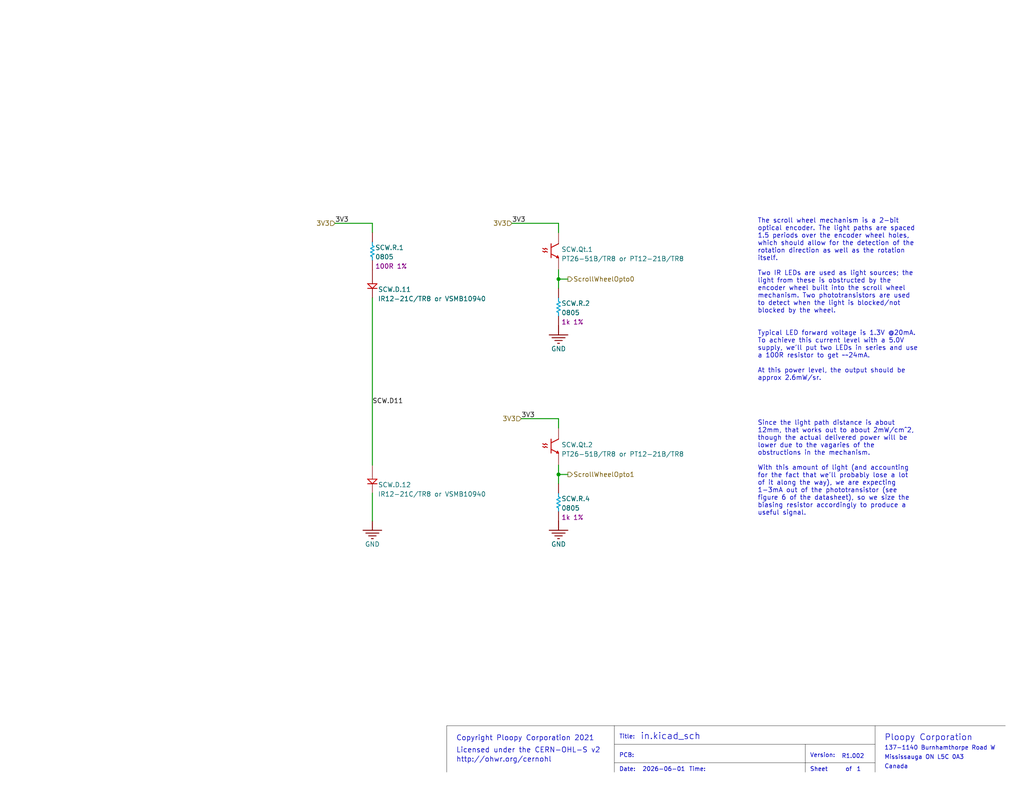
<source format=kicad_sch>
(kicad_sch (version 20231120) (generator "eeschema") (generator_version "8.0")
  (paper "USLetter")
  (title_block (rev "R1.002") (company "Ploopy Corporation"))
  (lib_symbols
    (symbol "Mini-altium-import:GND_POWER_GROUND" (power)
      (property "Reference" "#PWR" (at 0 0 0))
      (property "Value" "GND" (at 0 6.35 0))
      (symbol "GND_POWER_GROUND_0_0"
        (polyline (pts (xy -2.54 -2.54) (xy 2.54 -2.54)) (stroke (width 0.254)))
        (polyline (pts (xy -1.778 -3.302) (xy 1.778 -3.302)) (stroke (width 0.254)))
        (polyline (pts (xy -1.016 -4.064) (xy 1.016 -4.064)) (stroke (width 0.254)))
        (polyline (pts (xy -0.254 -4.826) (xy 0.254 -4.826)) (stroke (width 0.254)))
        (polyline (pts (xy 0 0) (xy 0 -2.54)) (stroke (width 0.254)))
        (pin power_in line (at 0 0 0) (length 0) hide (name "GND") (number ""))
      )
    )
    (symbol "Mini-altium-import:SCW_1_IR12-21C/TR8"
      (symbol "SCW_1_IR12-21C/TR8_1_0"
        (polyline (pts (xy -1.27 0) (xy 1.27 0)) (stroke (width 0.254) (color 191 0 0 1)))
        (polyline (pts (xy -1.27 1.27) (xy 1.27 1.27) (xy 0 0) (xy -1.27 1.27)) (stroke (width 0.254) (color 191 0 0 1)) (fill (type color) (color 255 255 255 1)))
        (pin passive line (at 0 5.08 270) (length 3.81) (name "A") (number "A"))
        (pin passive line (at 0 -2.54 90) (length 2.54) (name "C") (number "C"))
      )
    )
    (symbol "Mini-altium-import:SCW_1_PT26-51B/TR8"
      (symbol "SCW_1_PT26-51B/TR8_1_0"
        (polyline (pts (xy -4.318 2.54) (xy -3.81 2.286)) (stroke (width 0.254) (color 191 0 0 1)))
        (polyline (pts (xy -4.318 3.302) (xy -3.81 3.048)) (stroke (width 0.254) (color 191 0 0 1)))
        (polyline (pts (xy -3.81 2.286) (xy -3.556 2.54)) (stroke (width 0.254) (color 191 0 0 1)))
        (polyline (pts (xy -3.81 3.048) (xy -3.556 3.302)) (stroke (width 0.254) (color 191 0 0 1)))
        (polyline (pts (xy -3.556 2.54) (xy -3.048 2.286)) (stroke (width 0.254) (color 191 0 0 1)))
        (polyline (pts (xy -3.556 3.302) (xy -3.048 3.048)) (stroke (width 0.254) (color 191 0 0 1)))
        (polyline (pts (xy -2.032 0.762) (xy -2.032 4.572)) (stroke (width 0.254) (color 191 0 0 1)))
        (polyline (pts (xy -0.254 1.27) (xy -0.508 0.762)) (stroke (width 0.254) (color 191 0 0 1)))
        (polyline (pts (xy -0.254 1.27) (xy 0 0.762)) (stroke (width 0.254) (color 191 0 0 1)))
        (polyline (pts (xy 0 0.762) (xy -2.032 1.778)) (stroke (width 0.254) (color 191 0 0 1)))
        (polyline (pts (xy 0 0.762) (xy -0.508 0.762)) (stroke (width 0.254) (color 191 0 0 1)))
        (polyline (pts (xy 0 4.572) (xy -2.032 3.556)) (stroke (width 0.254) (color 191 0 0 1)))
        (pin passive line (at 0 7.62 270) (length 3.048) (name "C") (number "C"))
        (pin open_emitter line (at 0 -2.54 90) (length 3.175) (name "E") (number "E"))
      )
    )
    (symbol "Mini-altium-import:SCW_1_Res 100R 1% 0805"
      (symbol "SCW_1_Res 100R 1% 0805_1_0"
        (polyline (pts (xy 2.54 0) (xy 2.54 1.016)) (stroke (width 0.254) (color 0 156 202 1)))
        (polyline (pts (xy 2.54 4.064) (xy 2.54 5.08)) (stroke (width 0.254) (color 0 156 202 1)))
        (polyline (pts (xy 2.54 1.016) (xy 2.032 1.27) (xy 3.048 1.778) (xy 2.032 2.286) (xy 3.048 2.794) (xy 2.032 3.302) (xy 3.048 3.81) (xy 2.54 4.064)) (stroke (width 0.254) (color 0 156 202 1)))
        (pin passive line (at 2.54 -2.54 90) (length 2.54) (name "1") (number "1"))
        (pin passive line (at 2.54 7.62 270) (length 2.54) (name "2") (number "2"))
      )
    )
    (symbol "Mini-altium-import:SCW_1_Res 1k 1% 0805"
      (symbol "SCW_1_Res 1k 1% 0805_1_0"
        (polyline (pts (xy 2.54 0) (xy 2.54 1.016)) (stroke (width 0.254) (color 0 156 202 1)))
        (polyline (pts (xy 2.54 4.064) (xy 2.54 5.08)) (stroke (width 0.254) (color 0 156 202 1)))
        (polyline (pts (xy 2.54 1.016) (xy 2.032 1.27) (xy 3.048 1.778) (xy 2.032 2.286) (xy 3.048 2.794) (xy 2.032 3.302) (xy 3.048 3.81) (xy 2.54 4.064)) (stroke (width 0.254) (color 0 156 202 1)))
        (pin passive line (at 2.54 -2.54 90) (length 2.54) (name "1") (number "1"))
        (pin passive line (at 2.54 7.62 270) (length 2.54) (name "2") (number "2"))
      )
    )
  )
  (junction (at 152.4 76.2))
  (junction (at 152.4 129.54))
  (wire (pts (xy 152.4 127) (xy 152.4 129.54)) (stroke (width 0.254)))
  (polyline (pts (xy 274.32 198.12) (xy 167.64 198.12)) (stroke (width 0.0254) (type solid) (color 0 0 0 1)))
  (wire (pts (xy 152.4 132.08) (xy 152.4 129.54)) (stroke (width 0.254)))
  (wire (pts (xy 91.44 60.96) (xy 101.6 60.96)) (stroke (width 0.254)))
  (wire (pts (xy 139.7 60.96) (xy 152.4 60.96)) (stroke (width 0.254)))
  (wire (pts (xy 152.4 76.2) (xy 154.94 76.2)) (stroke (width 0.254)))
  (polyline (pts (xy 167.64 198.12) (xy 167.64 210.82)) (stroke (width 0.0254) (type solid) (color 0 0 0 1)))
  (wire (pts (xy 152.4 73.66) (xy 152.4 76.2)) (stroke (width 0.254)))
  (wire (pts (xy 142.24 114.3) (xy 152.4 114.3)) (stroke (width 0.254)))
  (polyline (pts (xy 167.64 203.2) (xy 238.76 203.2)) (stroke (width 0.0254) (type solid) (color 0 0 0 1)))
  (wire (pts (xy 152.4 60.96) (xy 152.4 63.5)) (stroke (width 0.254)))
  (polyline (pts (xy 219.71 203.2) (xy 219.71 210.82)) (stroke (width 0.0254) (type solid) (color 0 0 0 1)))
  (polyline (pts (xy 167.64 208.28) (xy 238.76 208.28)) (stroke (width 0.0254) (type solid) (color 0 0 0 1)))
  (polyline (pts (xy 167.64 198.12) (xy 121.92 198.12)) (stroke (width 0.0254) (type solid) (color 0 0 0 1)))
  (wire (pts (xy 152.4 129.54) (xy 154.94 129.54)) (stroke (width 0.254)))
  (wire (pts (xy 152.4 114.3) (xy 152.4 116.84)) (stroke (width 0.254)))
  (wire (pts (xy 101.6 142.24) (xy 101.6 134.62)) (stroke (width 0.254)))
  (wire (pts (xy 101.6 127) (xy 101.6 81.28)) (stroke (width 0.254)))
  (polyline (pts (xy 121.92 198.12) (xy 121.92 210.82)) (stroke (width 0.0254) (type solid) (color 0 0 0 1)))
  (polyline (pts (xy 238.76 198.12) (xy 238.76 210.82)) (stroke (width 0.0254) (type solid) (color 0 0 0 1)))
  (wire (pts (xy 101.6 60.96) (xy 101.6 63.5)) (stroke (width 0.254)))
  (wire (pts (xy 152.4 78.74) (xy 152.4 76.2)) (stroke (width 0.254)))
  (text_box "The scroll wheel mechanism is a 2-bit optical encoder. The light paths are spaced 1.5 periods over the encoder wheel holes, which should allow for the detection of the rotation direction as well as the rotation itself.\n\nTwo IR LEDs are used as light sources; the light from these is obstructed by the encoder wheel built into the scroll wheel mechanism. Two phototransistors are used to detect when the light is blocked/not blocked by the wheel.\n\n\nTypical LED forward voltage is 1.3V @20mA. To achieve this current level with a 5.0V supply, we'll put two LEDs in series and use a 100R resistor to get ~~24mA.\n\nAt this power level, the output should be approx 2.6mW/sr.\n\n\n\n\n\nSince the light path distance is about 12mm, that works out to about 2mW/cm^2, though the actual delivered power will be lower due to the vagaries of the obstructions in the mechanism.\n\nWith this amount of light (and accounting for the fact that we'll probably lose a lot of it along the way), we are expecting 1-3mA out of the phototransistor (see figure 6 of the datasheet), so we size the biasing resistor accordingly to produce a useful signal.\n\n\n\n" (at 251.46 58.42 0) (size -45.72 96.52) (stroke (width -0.0001) (color 0 0 0 1)) (fill (type color) (color 255 255 255 1)) (effects (font (size 1.27 1.27)) (justify left top)))
  (text "Date:" (at 168.91 210.82 0) (effects (font (size 1.143 1.143)) (justify left bottom)))
  (text "${FILENAME}" (at 174.752 202.184 0) (effects (font (size 1.778 1.778)) (justify left bottom)))
  (text "Mississauga ON L5C 0A3" (at 241.3 207.518 0) (effects (font (size 1.143 1.143)) (justify left bottom)))
  (text "Version:" (at 220.98 207.01 0) (effects (font (size 1.143 1.143)) (justify left bottom)))
  (text "Copyright Ploopy Corporation 2021" (at 124.46 202.438 0) (effects (font (size 1.397 1.397)) (justify left bottom)))
  (text "Sheet" (at 220.98 210.82 0) (effects (font (size 1.143 1.143)) (justify left bottom)))
  (text "PCB:" (at 168.91 207.01 0) (effects (font (size 1.143 1.143)) (justify left bottom)))
  (text "Time:" (at 187.96 210.82 0) (effects (font (size 1.143 1.143)) (justify left bottom)))
  (text "${REVISION}" (at 229.616 207.264 0) (effects (font (size 1.143 1.143)) (justify left bottom)))
  (text "Licensed under the CERN-OHL-S v2" (at 124.46 205.74 0) (effects (font (size 1.397 1.397)) (justify left bottom)))
  (text "${#}" (at 226.822 210.82 0) (effects (font (size 1.143 1.143)) (justify left bottom)))
  (text "Canada" (at 241.3 210.058 0) (effects (font (size 1.143 1.143)) (justify left bottom)))
  (text "${##}" (at 233.68 210.82 0) (effects (font (size 1.143 1.143)) (justify left bottom)))
  (text "of" (at 230.632 210.82 0) (effects (font (size 1.143 1.143)) (justify left bottom)))
  (text "${CURRENT_DATE}" (at 175.26 210.82 0) (effects (font (size 1.143 1.143)) (justify left bottom)))
  (text "http://ohwr.org/cernohl" (at 124.46 208.28 0) (effects (font (size 1.397 1.397)) (justify left bottom)))
  (text "Title:" (at 168.91 201.93 0) (effects (font (size 1.143 1.143)) (justify left bottom)))
  (text "Ploopy Corporation" (at 241.3 202.438 0) (effects (font (size 1.651 1.651)) (justify left bottom)))
  (text "${PROJECTNAME}" (at 174.752 207.264 0) (effects (font (size 1.651 1.651)) (justify left bottom)))
  (text "137-1140 Burnhamthorpe Road W" (at 241.3 204.978 0) (effects (font (size 1.143 1.143)) (justify left bottom)))
  (label "3V3" (at 91.44 60.96 0))
  (label "SCW.D11" (at 101.6 110.49 0))
  (label "3V3" (at 139.7 60.96 0))
  (label "3V3" (at 142.24 114.3 0))
  (hierarchical_label "ScrollWheelOpto0" (shape output) (at 154.94 76.2 0))
  (hierarchical_label "3V3" (shape input) (at 142.24 114.3 180))
  (hierarchical_label "ScrollWheelOpto1" (shape output) (at 154.94 129.54 0))
  (hierarchical_label "3V3" (shape input) (at 139.7 60.96 180))
  (hierarchical_label "3V3" (shape input) (at 91.44 60.96 180))
  (symbol (lib_id "Mini-altium-import:SCW_1_Res 1k 1% 0805") (at 149.86 139.7 0) (unit 1)
    (property "Reference" "SCW.R.4" (at 153.162 136.906 0) (effects (justify left bottom)))
    (property "Value" "0805" (at 153.162 139.446 0) (effects (justify left bottom)))
    (property "Footprint" "Chip_Passives.PcbLib:0805" (effects (hide yes)))
    (property "SUPPLIER 1" "Digi-Key" (effects (hide yes)))
    (property "SUPPLIER PART NUMBER 1" "RMCF0805FT1K00TR-ND" (effects (hide yes)))
    (property "ALTIUM_VALUE" "1k 1%" (at 153.162 141.986 0) (effects (justify left bottom)))
  )
  (symbol (lib_id "Mini-altium-import:SCW_1_PT26-51B/TR8") (at 152.4 124.46 0) (unit 1)
    (property "Reference" "SCW.Qt.2" (at 153.162 122.174 0) (effects (justify left bottom)))
    (property "Value" "PT26-51B/TR8 or PT12-21B/TR8" (at 153.162 124.714 0) (effects (justify left bottom)))
    (property "Footprint" "OptoElectronics:PT26-51B_TR8" (effects (hide yes)))
    (property "SUPPLIER 1" "Digi-Key" (effects (hide yes)))
    (property "SUPPLIER PART NUMBER 1" "1080-1387-1-ND" (effects (hide yes)))
    (property "SUPPLIER 2" "Digi-Key" (effects (hide yes)))
    (property "SUPPLIER PART NUMBER 2" "1080-1377-1-ND" (effects (hide yes)))
  )
  (symbol (lib_id "Mini-altium-import:GND_POWER_GROUND") (at 152.4 142.24 0) (unit 1)
    (property "Reference" "#PWR0128" (effects (hide yes)))
    (property "Value" "GND" (at 152.4 148.59 0))
  )
  (symbol (lib_id "Mini-altium-import:GND_POWER_GROUND") (at 152.4 88.9 0) (unit 1)
    (property "Reference" "#PWR0127" (effects (hide yes)))
    (property "Value" "GND" (at 152.4 95.25 0))
  )
  (symbol (lib_id "Mini-altium-import:SCW_1_IR12-21C/TR8") (at 101.6 78.74 0) (unit 1)
    (property "Reference" "SCW.D.11" (at 103.124 79.756 0) (effects (justify left bottom)))
    (property "Value" "IR12-21C/TR8 or VSMB10940" (at 103.124 82.296 0) (effects (justify left bottom)))
    (property "Footprint" "LEDs:XZTHI56W-1" (effects (hide yes)))
    (property "SUPPLIER 1" "Digi-Key" (effects (hide yes)))
    (property "SUPPLIER 2" "Mouser" (effects (hide yes)))
    (property "SUPPLIER 3" "Digi-Key" (effects (hide yes)))
    (property "SUPPLIER 4" "Mouser" (effects (hide yes)))
    (property "SUPPLIER 5" "Arrow" (effects (hide yes)))
    (property "SUPPLIER PART NUMBER 1" "1080-1351-1-ND" (effects (hide yes)))
    (property "SUPPLIER PART NUMBER 2" "638-IR12-21C" (effects (hide yes)))
    (property "SUPPLIER PART NUMBER 3" "VSMB10940CT-ND" (effects (hide yes)))
    (property "SUPPLIER PART NUMBER 4" "78-VSMB10940" (effects (hide yes)))
    (property "SUPPLIER PART NUMBER 5" "VSMB10940" (effects (hide yes)))
  )
  (symbol (lib_id "Mini-altium-import:SCW_1_Res 1k 1% 0805") (at 149.86 86.36 0) (unit 1)
    (property "Reference" "SCW.R.2" (at 153.162 83.566 0) (effects (justify left bottom)))
    (property "Value" "0805" (at 153.162 86.106 0) (effects (justify left bottom)))
    (property "Footprint" "Chip_Passives.PcbLib:0805" (effects (hide yes)))
    (property "SUPPLIER 1" "Digi-Key" (effects (hide yes)))
    (property "SUPPLIER PART NUMBER 1" "RMCF0805FT1K00TR-ND" (effects (hide yes)))
    (property "ALTIUM_VALUE" "1k 1%" (at 153.162 88.646 0) (effects (justify left bottom)))
  )
  (symbol (lib_id "Mini-altium-import:GND_POWER_GROUND") (at 101.6 142.24 0) (unit 1)
    (property "Reference" "#PWR0126" (effects (hide yes)))
    (property "Value" "GND" (at 101.6 148.59 0))
  )
  (symbol (lib_id "Mini-altium-import:SCW_1_Res 100R 1% 0805") (at 99.06 71.12 0) (unit 1)
    (property "Reference" "SCW.R.1" (at 102.362 68.326 0) (effects (justify left bottom)))
    (property "Value" "0805" (at 102.362 70.866 0) (effects (justify left bottom)))
    (property "Footprint" "Chip_Passives.PcbLib:0805" (effects (hide yes)))
    (property "SUPPLIER 1" "Digi-Key" (effects (hide yes)))
    (property "SUPPLIER 2" "Digi-Key" (effects (hide yes)))
    (property "SUPPLIER PART NUMBER 1" "RMCF0805FT100RCT-ND" (effects (hide yes)))
    (property "SUPPLIER PART NUMBER 2" "RMCF0805FT100RTR-ND" (effects (hide yes)))
    (property "ALTIUM_VALUE" "100R 1%" (at 102.362 73.406 0) (effects (justify left bottom)))
  )
  (symbol (lib_id "Mini-altium-import:SCW_1_PT26-51B/TR8") (at 152.4 71.12 0) (unit 1)
    (property "Reference" "SCW.Qt.1" (at 153.162 68.834 0) (effects (justify left bottom)))
    (property "Value" "PT26-51B/TR8 or PT12-21B/TR8" (at 153.162 71.374 0) (effects (justify left bottom)))
    (property "Footprint" "OptoElectronics:PT26-51B_TR8" (effects (hide yes)))
    (property "SUPPLIER 1" "Digi-Key" (effects (hide yes)))
    (property "SUPPLIER PART NUMBER 1" "1080-1387-1-ND" (effects (hide yes)))
    (property "SUPPLIER 2" "Digi-Key" (effects (hide yes)))
    (property "SUPPLIER PART NUMBER 2" "1080-1377-1-ND" (effects (hide yes)))
  )
  (symbol (lib_id "Mini-altium-import:SCW_1_IR12-21C/TR8") (at 101.6 132.08 0) (unit 1)
    (property "Reference" "SCW.D.12" (at 103.124 133.096 0) (effects (justify left bottom)))
    (property "Value" "IR12-21C/TR8 or VSMB10940" (at 103.124 135.636 0) (effects (justify left bottom)))
    (property "Footprint" "LEDs:XZTHI56W-1" (effects (hide yes)))
    (property "SUPPLIER 1" "Digi-Key" (effects (hide yes)))
    (property "SUPPLIER 2" "Mouser" (effects (hide yes)))
    (property "SUPPLIER 3" "Digi-Key" (effects (hide yes)))
    (property "SUPPLIER 4" "Mouser" (effects (hide yes)))
    (property "SUPPLIER 5" "Arrow" (effects (hide yes)))
    (property "SUPPLIER PART NUMBER 1" "1080-1351-1-ND" (effects (hide yes)))
    (property "SUPPLIER PART NUMBER 2" "638-IR12-21C" (effects (hide yes)))
    (property "SUPPLIER PART NUMBER 3" "VSMB10940CT-ND" (effects (hide yes)))
    (property "SUPPLIER PART NUMBER 4" "78-VSMB10940" (effects (hide yes)))
    (property "SUPPLIER PART NUMBER 5" "VSMB10940" (effects (hide yes)))
  )
)
</source>
